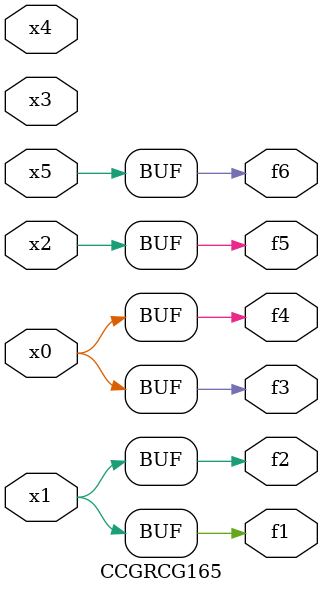
<source format=v>
module CCGRCG165(
	input x0, x1, x2, x3, x4, x5,
	output f1, f2, f3, f4, f5, f6
);
	assign f1 = x1;
	assign f2 = x1;
	assign f3 = x0;
	assign f4 = x0;
	assign f5 = x2;
	assign f6 = x5;
endmodule

</source>
